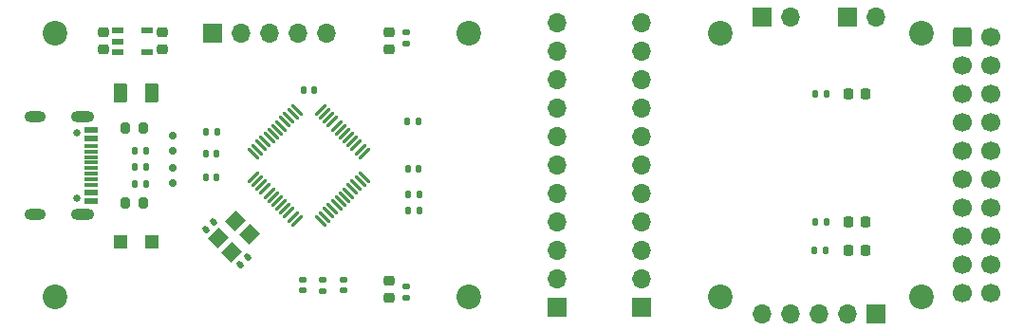
<source format=gts>
%TF.GenerationSoftware,KiCad,Pcbnew,8.0.6*%
%TF.CreationDate,2024-11-20T12:13:36+08:00*%
%TF.ProjectId,UINIO-DAPLink,55494e49-4f2d-4444-9150-4c696e6b2e6b,Version 5.0.0*%
%TF.SameCoordinates,PX6192070PY5393438*%
%TF.FileFunction,Soldermask,Top*%
%TF.FilePolarity,Negative*%
%FSLAX46Y46*%
G04 Gerber Fmt 4.6, Leading zero omitted, Abs format (unit mm)*
G04 Created by KiCad (PCBNEW 8.0.6) date 2024-11-20 12:13:36*
%MOMM*%
%LPD*%
G01*
G04 APERTURE LIST*
G04 Aperture macros list*
%AMRoundRect*
0 Rectangle with rounded corners*
0 $1 Rounding radius*
0 $2 $3 $4 $5 $6 $7 $8 $9 X,Y pos of 4 corners*
0 Add a 4 corners polygon primitive as box body*
4,1,4,$2,$3,$4,$5,$6,$7,$8,$9,$2,$3,0*
0 Add four circle primitives for the rounded corners*
1,1,$1+$1,$2,$3*
1,1,$1+$1,$4,$5*
1,1,$1+$1,$6,$7*
1,1,$1+$1,$8,$9*
0 Add four rect primitives between the rounded corners*
20,1,$1+$1,$2,$3,$4,$5,0*
20,1,$1+$1,$4,$5,$6,$7,0*
20,1,$1+$1,$6,$7,$8,$9,0*
20,1,$1+$1,$8,$9,$2,$3,0*%
%AMHorizOval*
0 Thick line with rounded ends*
0 $1 width*
0 $2 $3 position (X,Y) of the first rounded end (center of the circle)*
0 $4 $5 position (X,Y) of the second rounded end (center of the circle)*
0 Add line between two ends*
20,1,$1,$2,$3,$4,$5,0*
0 Add two circle primitives to create the rounded ends*
1,1,$1,$2,$3*
1,1,$1,$4,$5*%
%AMRotRect*
0 Rectangle, with rotation*
0 The origin of the aperture is its center*
0 $1 length*
0 $2 width*
0 $3 Rotation angle, in degrees counterclockwise*
0 Add horizontal line*
21,1,$1,$2,0,0,$3*%
G04 Aperture macros list end*
%ADD10R,1.700000X1.700000*%
%ADD11O,1.700000X1.700000*%
%ADD12RoundRect,0.218750X-0.218750X-0.256250X0.218750X-0.256250X0.218750X0.256250X-0.218750X0.256250X0*%
%ADD13RoundRect,0.140000X0.021213X-0.219203X0.219203X-0.021213X-0.021213X0.219203X-0.219203X0.021213X0*%
%ADD14C,2.200000*%
%ADD15RoundRect,0.135000X0.185000X-0.135000X0.185000X0.135000X-0.185000X0.135000X-0.185000X-0.135000X0*%
%ADD16RoundRect,0.225000X-0.250000X0.225000X-0.250000X-0.225000X0.250000X-0.225000X0.250000X0.225000X0*%
%ADD17RoundRect,0.135000X0.135000X0.185000X-0.135000X0.185000X-0.135000X-0.185000X0.135000X-0.185000X0*%
%ADD18RoundRect,0.140000X0.140000X0.170000X-0.140000X0.170000X-0.140000X-0.170000X0.140000X-0.170000X0*%
%ADD19RoundRect,0.140000X0.170000X-0.140000X0.170000X0.140000X-0.170000X0.140000X-0.170000X-0.140000X0*%
%ADD20RoundRect,0.140000X-0.170000X0.140000X-0.170000X-0.140000X0.170000X-0.140000X0.170000X0.140000X0*%
%ADD21RoundRect,0.200000X0.200000X0.275000X-0.200000X0.275000X-0.200000X-0.275000X0.200000X-0.275000X0*%
%ADD22RoundRect,0.250000X-0.600000X-0.600000X0.600000X-0.600000X0.600000X0.600000X-0.600000X0.600000X0*%
%ADD23C,1.700000*%
%ADD24RotRect,1.400000X1.200000X45.000000*%
%ADD25RoundRect,0.218750X0.256250X-0.218750X0.256250X0.218750X-0.256250X0.218750X-0.256250X-0.218750X0*%
%ADD26RoundRect,0.140000X-0.140000X-0.170000X0.140000X-0.170000X0.140000X0.170000X-0.140000X0.170000X0*%
%ADD27RoundRect,0.135000X-0.185000X0.135000X-0.185000X-0.135000X0.185000X-0.135000X0.185000X0.135000X0*%
%ADD28R,1.200000X1.200000*%
%ADD29R,1.000000X0.600000*%
%ADD30RoundRect,0.218750X-0.256250X0.218750X-0.256250X-0.218750X0.256250X-0.218750X0.256250X0.218750X0*%
%ADD31HorizOval,0.270000X-0.434871X-0.434871X0.434871X0.434871X0*%
%ADD32HorizOval,0.270000X0.434871X-0.434871X-0.434871X0.434871X0*%
%ADD33C,0.650000*%
%ADD34O,2.100000X1.000000*%
%ADD35O,1.900000X1.000000*%
%ADD36R,1.150000X0.600000*%
%ADD37R,1.150000X0.300000*%
%ADD38RoundRect,0.250000X0.375000X0.625000X-0.375000X0.625000X-0.375000X-0.625000X0.375000X-0.625000X0*%
%ADD39RoundRect,0.150000X0.200000X-0.150000X0.200000X0.150000X-0.200000X0.150000X-0.200000X-0.150000X0*%
%ADD40RoundRect,0.150000X-0.200000X0.150000X-0.200000X-0.150000X0.200000X-0.150000X0.200000X0.150000X0*%
%ADD41RoundRect,0.135000X-0.135000X-0.185000X0.135000X-0.185000X0.135000X0.185000X-0.135000X0.185000X0*%
G04 APERTURE END LIST*
D10*
%TO.C,J6*%
X14480000Y-3190000D03*
D11*
X17020000Y-3190000D03*
X19560000Y-3190000D03*
X22100000Y-3190000D03*
X24640000Y-3190000D03*
%TD*%
D10*
%TO.C,J7*%
X45225000Y-27675000D03*
D11*
X45225000Y-25135000D03*
X45225000Y-22595000D03*
X45225000Y-20055000D03*
X45225000Y-17515000D03*
X45225000Y-14975000D03*
X45225000Y-12435000D03*
X45225000Y-9895000D03*
X45225000Y-7355000D03*
X45225000Y-4815000D03*
X45225000Y-2275000D03*
%TD*%
D12*
%TO.C,D1*%
X71220000Y-8635000D03*
X72795000Y-8635000D03*
%TD*%
D13*
%TO.C,C3*%
X16980589Y-23814411D03*
X17659411Y-23135589D03*
%TD*%
D14*
%TO.C,HOLE\u002A\u002A*%
X440000Y-3215000D03*
%TD*%
D15*
%TO.C,R11*%
X31765000Y-26849000D03*
X31765000Y-25829000D03*
%TD*%
D14*
%TO.C,HOLE\u002A\u002A*%
X59790000Y-3215000D03*
%TD*%
D16*
%TO.C,C2*%
X10020000Y-3071000D03*
X10020000Y-4621000D03*
%TD*%
D17*
%TO.C,R2*%
X69250000Y-22575000D03*
X68230000Y-22575000D03*
%TD*%
D12*
%TO.C,D3*%
X71220000Y-20055000D03*
X72795000Y-20055000D03*
%TD*%
D18*
%TO.C,C9*%
X14864411Y-16035000D03*
X13904411Y-16035000D03*
%TD*%
D19*
%TO.C,C5*%
X22530000Y-26180000D03*
X22530000Y-25220000D03*
%TD*%
D20*
%TO.C,C10*%
X26200000Y-25220000D03*
X26200000Y-26180000D03*
%TD*%
D21*
%TO.C,R16*%
X8370000Y-11625000D03*
X6720000Y-11625000D03*
%TD*%
D22*
%TO.C,J2*%
X81393500Y-3570000D03*
D23*
X83933500Y-3570000D03*
X81393500Y-6110000D03*
X83933500Y-6110000D03*
X81393500Y-8650000D03*
X83933500Y-8650000D03*
X81393500Y-11190000D03*
X83933500Y-11190000D03*
X81393500Y-13730000D03*
X83933500Y-13730000D03*
X81393500Y-16270000D03*
X83933500Y-16270000D03*
X81393500Y-18810000D03*
X83933500Y-18810000D03*
X81393500Y-21350000D03*
X83933500Y-21350000D03*
X81393500Y-23890000D03*
X83933500Y-23890000D03*
X81393500Y-26430000D03*
X83933500Y-26430000D03*
%TD*%
D24*
%TO.C,Y1*%
X16233223Y-22710635D03*
X17788858Y-21155000D03*
X16586777Y-19952919D03*
X15031142Y-21508554D03*
%TD*%
D18*
%TO.C,C7*%
X14864411Y-13915000D03*
X13904411Y-13915000D03*
%TD*%
D25*
%TO.C,D4*%
X30305000Y-26849000D03*
X30305000Y-25274000D03*
%TD*%
D14*
%TO.C,HOLE\u002A\u002A*%
X77730000Y-26715000D03*
%TD*%
%TO.C,HOLE\u002A\u002A*%
X59790000Y-26715000D03*
%TD*%
D26*
%TO.C,C8*%
X31955000Y-15296000D03*
X32915000Y-15296000D03*
%TD*%
D14*
%TO.C,HOLE\u002A\u002A*%
X440000Y-26715000D03*
%TD*%
D17*
%TO.C,R3*%
X69262500Y-20055000D03*
X68242500Y-20055000D03*
%TD*%
D27*
%TO.C,R12*%
X31765000Y-3084000D03*
X31765000Y-4104000D03*
%TD*%
D14*
%TO.C,HOLE\u002A\u002A*%
X37385000Y-3215000D03*
%TD*%
D28*
%TO.C,D6*%
X9087500Y-21785000D03*
X6287500Y-21785000D03*
%TD*%
D29*
%TO.C,U1*%
X6090000Y-2965000D03*
X6090000Y-3915000D03*
X6090000Y-4865000D03*
X8690000Y-4865000D03*
X8690000Y-2965000D03*
%TD*%
D10*
%TO.C,J4*%
X71160000Y-1775000D03*
D11*
X73700000Y-1775000D03*
%TD*%
D30*
%TO.C,D5*%
X30305000Y-3084000D03*
X30305000Y-4659000D03*
%TD*%
D16*
%TO.C,C1*%
X4760000Y-3071000D03*
X4760000Y-4621000D03*
%TD*%
D15*
%TO.C,R6*%
X24365000Y-26230000D03*
X24365000Y-25210000D03*
%TD*%
D31*
%TO.C,U2*%
X18145577Y-16051249D03*
X18499130Y-16404803D03*
X18852683Y-16758356D03*
X19206237Y-17111909D03*
X19559790Y-17465463D03*
X19913343Y-17819016D03*
X20266897Y-18172570D03*
X20620450Y-18526123D03*
X20974004Y-18879676D03*
X21327557Y-19233230D03*
X21681110Y-19586783D03*
X22034664Y-19940336D03*
D32*
X24155984Y-19940336D03*
X24509538Y-19586783D03*
X24863091Y-19233230D03*
X25216644Y-18879676D03*
X25570198Y-18526123D03*
X25923751Y-18172570D03*
X26277305Y-17819016D03*
X26630858Y-17465463D03*
X26984411Y-17111909D03*
X27337965Y-16758356D03*
X27691518Y-16404803D03*
X28045071Y-16051249D03*
D31*
X28045071Y-13929929D03*
X27691518Y-13576375D03*
X27337965Y-13222822D03*
X26984411Y-12869269D03*
X26630858Y-12515715D03*
X26277305Y-12162162D03*
X25923751Y-11808608D03*
X25570198Y-11455055D03*
X25216644Y-11101502D03*
X24863091Y-10747948D03*
X24509538Y-10394395D03*
X24155984Y-10040842D03*
D32*
X22034664Y-10040842D03*
X21681110Y-10394395D03*
X21327557Y-10747948D03*
X20974004Y-11101502D03*
X20620450Y-11455055D03*
X20266897Y-11808608D03*
X19913343Y-12162162D03*
X19559790Y-12515715D03*
X19206237Y-12869269D03*
X18852683Y-13222822D03*
X18499130Y-13576375D03*
X18145577Y-13929929D03*
%TD*%
D18*
%TO.C,C6*%
X23594411Y-8260000D03*
X22634411Y-8260000D03*
%TD*%
D33*
%TO.C,USB1*%
X2377000Y-12110000D03*
X2377000Y-17890000D03*
D34*
X2877000Y-10675000D03*
X2877000Y-19325000D03*
D35*
X-1323000Y-10675000D03*
X-1323000Y-19325000D03*
D36*
X3639000Y-11800000D03*
X3639000Y-12600000D03*
D37*
X3639000Y-13750000D03*
X3639000Y-14750000D03*
X3639000Y-15250000D03*
X3639000Y-16250000D03*
D36*
X3639000Y-18200000D03*
X3639000Y-17400000D03*
D37*
X3639000Y-16750000D03*
X3639000Y-15750000D03*
X3639000Y-14250000D03*
X3639000Y-13250000D03*
%TD*%
D38*
%TO.C,F1*%
X9110000Y-8560000D03*
X6310000Y-8560000D03*
%TD*%
D10*
%TO.C,J1*%
X73710000Y-28225000D03*
D11*
X71170000Y-28225000D03*
X68630000Y-28225000D03*
X66090000Y-28225000D03*
X63550000Y-28225000D03*
%TD*%
D17*
%TO.C,R15*%
X8605000Y-16620000D03*
X7585000Y-16620000D03*
%TD*%
D10*
%TO.C,J5*%
X52825000Y-27675000D03*
D11*
X52825000Y-25135000D03*
X52825000Y-22595000D03*
X52825000Y-20055000D03*
X52825000Y-17515000D03*
X52825000Y-14975000D03*
X52825000Y-12435000D03*
X52825000Y-9895000D03*
X52825000Y-7355000D03*
X52825000Y-4815000D03*
X52825000Y-2275000D03*
%TD*%
D17*
%TO.C,R13*%
X8605000Y-15155000D03*
X7585000Y-15155000D03*
%TD*%
%TO.C,R7*%
X32965000Y-17596000D03*
X31945000Y-17596000D03*
%TD*%
D21*
%TO.C,R17*%
X8370000Y-18375000D03*
X6720000Y-18375000D03*
%TD*%
D39*
%TO.C,D8*%
X10920000Y-12325000D03*
X10920000Y-13725000D03*
%TD*%
D14*
%TO.C,HOLE\u002A\u002A*%
X37385000Y-26715000D03*
%TD*%
D17*
%TO.C,R14*%
X8605000Y-13705000D03*
X7585000Y-13705000D03*
%TD*%
D12*
%TO.C,D2*%
X71220000Y-22575000D03*
X72795000Y-22575000D03*
%TD*%
D40*
%TO.C,D7*%
X10920000Y-16575000D03*
X10920000Y-15175000D03*
%TD*%
D13*
%TO.C,C4*%
X13940589Y-20744411D03*
X14619411Y-20065589D03*
%TD*%
D41*
%TO.C,R8*%
X31945000Y-19056000D03*
X32965000Y-19056000D03*
%TD*%
D14*
%TO.C,HOLE\u002A\u002A*%
X77730000Y-3215000D03*
%TD*%
D17*
%TO.C,R9*%
X32925000Y-11106000D03*
X31905000Y-11106000D03*
%TD*%
D41*
%TO.C,R1*%
X68242500Y-8635000D03*
X69262500Y-8635000D03*
%TD*%
D10*
%TO.C,J3*%
X63560000Y-1775000D03*
D11*
X66100000Y-1775000D03*
%TD*%
D17*
%TO.C,R10*%
X14914411Y-11995589D03*
X13894411Y-11995589D03*
%TD*%
M02*

</source>
